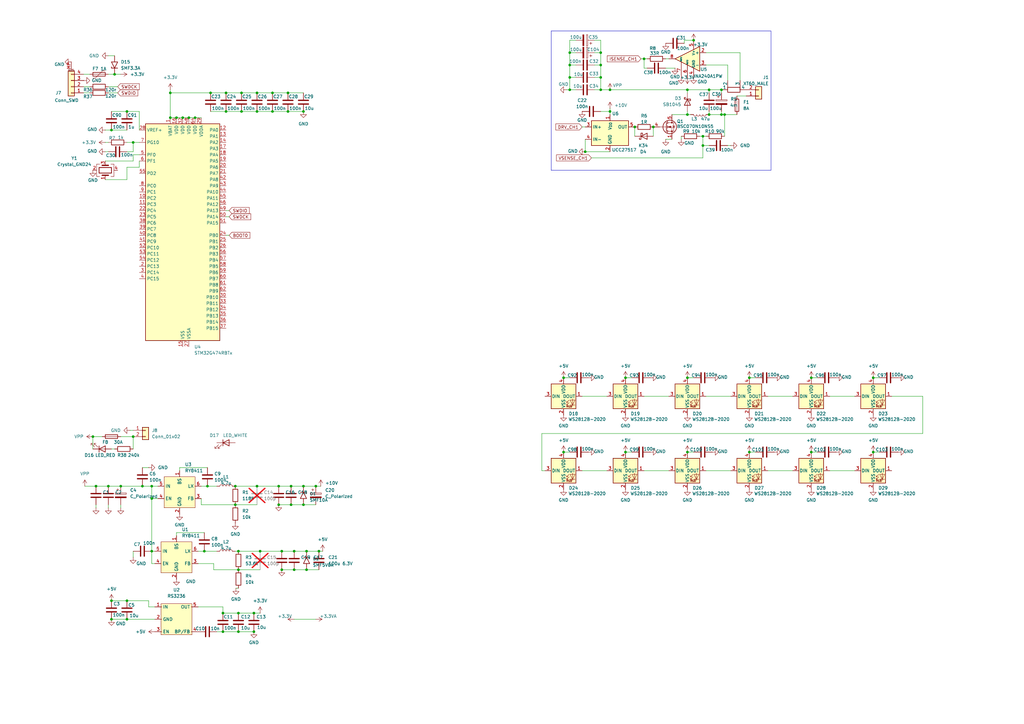
<source format=kicad_sch>
(kicad_sch (version 20231120) (generator "eeschema") (generator_version "8.0")
  (paper "A3")
  (junction (at 231.14 154.94))
  (junction (at 290.83 46.99))
  (junction (at 62.23 199.39))
  (junction (at 281.94 46.99))
  (junction (at 62.23 204.47))
  (junction (at 250.19 36.83))
  (junction (at 97.79 259.08))
  (junction (at 105.41 38.1))
  (junction (at 111.76 45.72))
  (junction (at 45.72 254))
  (junction (at 281.94 36.83))
  (junction (at 233.68 26.67))
  (junction (at 250.19 45.72))
  (junction (at 92.71 38.1))
  (junction (at 288.29 59.69))
  (junction (at 260.35 52.07))
  (junction (at 246.38 36.83))
  (junction (at 96.52 207.01))
  (junction (at 52.07 246.38))
  (junction (at 105.41 199.39))
  (junction (at 307.34 185.42))
  (junction (at 115.57 226.06))
  (junction (at 92.71 45.72))
  (junction (at 52.07 254))
  (junction (at 120.65 226.06))
  (junction (at 83.82 226.06))
  (junction (at 284.48 16.51))
  (junction (at 281.94 185.42))
  (junction (at 39.37 199.39))
  (junction (at 54.61 179.07))
  (junction (at 124.46 199.39))
  (junction (at 332.74 185.42))
  (junction (at 69.85 48.26))
  (junction (at 125.73 226.06))
  (junction (at 97.79 233.68))
  (junction (at 233.68 21.59))
  (junction (at 111.76 38.1))
  (junction (at 86.36 38.1))
  (junction (at 256.54 185.42))
  (junction (at 118.11 45.72))
  (junction (at 52.07 45.72))
  (junction (at 69.85 38.1))
  (junction (at 114.3 199.39))
  (junction (at 124.46 45.72))
  (junction (at 115.57 233.68))
  (junction (at 74.93 48.26))
  (junction (at 288.29 55.88))
  (junction (at 105.41 45.72))
  (junction (at 114.3 207.01))
  (junction (at 96.52 199.39))
  (junction (at 85.09 199.39))
  (junction (at 119.38 199.39))
  (junction (at 290.83 36.83))
  (junction (at 38.1 179.07))
  (junction (at 358.14 154.94))
  (junction (at 240.03 62.23))
  (junction (at 297.18 46.99))
  (junction (at 91.44 259.08))
  (junction (at 97.79 226.06))
  (junction (at 129.54 199.39))
  (junction (at 44.45 199.39))
  (junction (at 99.06 38.1))
  (junction (at 45.72 53.34))
  (junction (at 49.53 199.39))
  (junction (at 91.44 251.46))
  (junction (at 104.14 251.46))
  (junction (at 80.01 48.26))
  (junction (at 62.23 226.06))
  (junction (at 118.11 38.1))
  (junction (at 106.68 226.06))
  (junction (at 77.47 48.26))
  (junction (at 267.97 52.07))
  (junction (at 281.94 154.94))
  (junction (at 295.91 36.83))
  (junction (at 264.16 24.13))
  (junction (at 130.81 226.06))
  (junction (at 332.74 154.94))
  (junction (at 358.14 185.42))
  (junction (at 124.46 207.01))
  (junction (at 295.91 46.99))
  (junction (at 104.14 259.08))
  (junction (at 246.38 31.75))
  (junction (at 58.42 199.39))
  (junction (at 45.72 246.38))
  (junction (at 246.38 26.67))
  (junction (at 246.38 21.59))
  (junction (at 231.14 185.42))
  (junction (at 99.06 45.72))
  (junction (at 256.54 154.94))
  (junction (at 233.68 36.83))
  (junction (at 125.73 233.68))
  (junction (at 120.65 233.68))
  (junction (at 233.68 31.75))
  (junction (at 119.38 207.01))
  (junction (at 307.34 154.94))
  (junction (at 54.61 58.42))
  (junction (at 97.79 251.46))
  (junction (at 72.39 48.26))
  (junction (at 46.99 30.48))
  (wire (pts (xy 246.38 21.59) (xy 246.38 26.67)))
  (wire (pts (xy 232.41 36.83) (xy 233.68 36.83)))
  (wire (pts (xy 111.76 45.72) (xy 118.11 45.72)))
  (wire (pts (xy 289.56 21.59) (xy 303.53 21.59)))
  (wire (pts (xy 96.52 226.06) (xy 97.79 226.06)))
  (wire (pts (xy 52.07 45.72) (xy 57.15 45.72)))
  (wire (pts (xy 97.79 251.46) (xy 104.14 251.46)))
  (wire (pts (xy 118.11 38.1) (xy 124.46 38.1)))
  (wire (pts (xy 45.72 53.34) (xy 52.07 53.34)))
  (wire (pts (xy 284.48 154.94) (xy 281.94 154.94)))
  (wire (pts (xy 48.26 38.1) (xy 44.45 38.1)))
  (wire (pts (xy 81.28 231.14) (xy 87.63 231.14)))
  (wire (pts (xy 309.88 185.42) (xy 307.34 185.42)))
  (wire (pts (xy 54.61 179.07) (xy 54.61 184.15)))
  (wire (pts (xy 82.55 207.01) (xy 96.52 207.01)))
  (wire (pts (xy 52.07 73.66) (xy 52.07 68.58)))
  (wire (pts (xy 97.79 233.68) (xy 106.68 233.68)))
  (wire (pts (xy 264.16 162.56) (xy 274.32 162.56)))
  (wire (pts (xy 246.38 36.83) (xy 250.19 36.83)))
  (wire (pts (xy 111.76 38.1) (xy 118.11 38.1)))
  (wire (pts (xy 48.26 35.56) (xy 44.45 35.56)))
  (wire (pts (xy 297.18 46.99) (xy 297.18 55.88)))
  (wire (pts (xy 279.4 57.15) (xy 279.4 55.88)))
  (wire (pts (xy 233.68 36.83) (xy 236.22 36.83)))
  (wire (pts (xy 58.42 199.39) (xy 62.23 199.39)))
  (wire (pts (xy 289.56 193.04) (xy 299.72 193.04)))
  (wire (pts (xy 281.94 45.72) (xy 281.94 46.99)))
  (wire (pts (xy 238.76 193.04) (xy 248.92 193.04)))
  (wire (pts (xy 81.28 248.92) (xy 91.44 248.92)))
  (wire (pts (xy 86.36 45.72) (xy 92.71 45.72)))
  (wire (pts (xy 62.23 199.39) (xy 64.77 199.39)))
  (wire (pts (xy 43.18 66.04) (xy 54.61 66.04)))
  (wire (pts (xy 233.68 26.67) (xy 233.68 31.75)))
  (wire (pts (xy 105.41 38.1) (xy 111.76 38.1)))
  (wire (pts (xy 97.79 226.06) (xy 106.68 226.06)))
  (wire (pts (xy 233.68 154.94) (xy 231.14 154.94)))
  (wire (pts (xy 45.72 254) (xy 52.07 254)))
  (wire (pts (xy 119.38 207.01) (xy 124.46 207.01)))
  (wire (pts (xy 246.38 26.67) (xy 243.84 26.67)))
  (wire (pts (xy 129.54 199.39) (xy 131.572 199.39)))
  (wire (pts (xy 115.57 226.06) (xy 120.65 226.06)))
  (wire (pts (xy 125.73 233.68) (xy 120.65 233.68)))
  (wire (pts (xy 99.06 45.72) (xy 105.41 45.72)))
  (wire (pts (xy 259.08 154.94) (xy 256.54 154.94)))
  (wire (pts (xy 72.39 218.44) (xy 83.82 218.44)))
  (wire (pts (xy 82.55 204.47) (xy 82.55 207.01)))
  (wire (pts (xy 335.28 185.42) (xy 332.74 185.42)))
  (wire (pts (xy 275.59 46.99) (xy 281.94 46.99)))
  (wire (pts (xy 290.83 36.83) (xy 290.83 38.1)))
  (wire (pts (xy 378.46 177.8) (xy 222.25 177.8)))
  (wire (pts (xy 49.53 208.28) (xy 49.53 207.01)))
  (wire (pts (xy 302.26 39.37) (xy 306.07 39.37)))
  (wire (pts (xy 242.57 64.77) (xy 288.29 64.77)))
  (wire (pts (xy 262.89 24.13) (xy 264.16 24.13)))
  (wire (pts (xy 124.46 207.01) (xy 129.54 207.01)))
  (wire (pts (xy 54.61 63.5) (xy 57.15 63.5)))
  (wire (pts (xy 288.29 59.69) (xy 288.29 64.77)))
  (wire (pts (xy 60.96 246.38) (xy 60.96 248.92)))
  (wire (pts (xy 45.72 184.15) (xy 46.99 184.15)))
  (wire (pts (xy 295.91 46.99) (xy 297.18 46.99)))
  (wire (pts (xy 260.35 55.88) (xy 260.35 52.07)))
  (wire (pts (xy 87.63 233.68) (xy 97.79 233.68)))
  (wire (pts (xy 314.96 193.04) (xy 325.12 193.04)))
  (wire (pts (xy 39.37 208.28) (xy 39.37 207.01)))
  (wire (pts (xy 62.23 204.47) (xy 64.77 204.47)))
  (wire (pts (xy 57.15 68.58) (xy 57.15 66.04)))
  (wire (pts (xy 62.23 226.06) (xy 62.23 231.14)))
  (wire (pts (xy 52.07 246.38) (xy 60.96 246.38)))
  (wire (pts (xy 63.5 231.14) (xy 62.23 231.14)))
  (wire (pts (xy 57.15 53.34) (xy 57.15 45.72)))
  (wire (pts (xy 39.37 199.39) (xy 44.45 199.39)))
  (wire (pts (xy 233.68 26.67) (xy 236.22 26.67)))
  (wire (pts (xy 62.23 226.06) (xy 63.5 226.06)))
  (wire (pts (xy 240.03 57.15) (xy 240.03 62.23)))
  (wire (pts (xy 233.68 21.59) (xy 233.68 26.67)))
  (wire (pts (xy 233.68 31.75) (xy 233.68 36.83)))
  (wire (pts (xy 91.44 259.08) (xy 88.9 259.08)))
  (wire (pts (xy 44.45 22.86) (xy 46.99 22.86)))
  (wire (pts (xy 222.25 177.8) (xy 222.25 193.04)))
  (wire (pts (xy 250.19 45.72) (xy 250.19 46.99)))
  (wire (pts (xy 43.18 73.66) (xy 52.07 73.66)))
  (wire (pts (xy 335.28 154.94) (xy 332.74 154.94)))
  (wire (pts (xy 233.68 31.75) (xy 236.22 31.75)))
  (wire (pts (xy 49.53 179.07) (xy 54.61 179.07)))
  (wire (pts (xy 62.23 204.47) (xy 62.23 226.06)))
  (wire (pts (xy 105.41 45.72) (xy 111.76 45.72)))
  (wire (pts (xy 246.38 26.67) (xy 246.38 31.75)))
  (wire (pts (xy 38.1 179.07) (xy 38.1 184.15)))
  (wire (pts (xy 80.01 48.26) (xy 82.55 48.26)))
  (wire (pts (xy 340.36 193.04) (xy 350.52 193.04)))
  (wire (pts (xy 43.18 58.42) (xy 44.45 58.42)))
  (wire (pts (xy 290.83 46.99) (xy 295.91 46.99)))
  (wire (pts (xy 60.96 248.92) (xy 63.5 248.92)))
  (wire (pts (xy 243.84 21.59) (xy 246.38 21.59)))
  (wire (pts (xy 264.16 24.13) (xy 265.43 24.13)))
  (wire (pts (xy 124.46 199.39) (xy 129.54 199.39)))
  (wire (pts (xy 72.39 219.71) (xy 72.39 218.44)))
  (wire (pts (xy 34.798 199.39) (xy 39.37 199.39)))
  (wire (pts (xy 267.97 55.88) (xy 267.97 52.07)))
  (wire (pts (xy 238.76 162.56) (xy 248.92 162.56)))
  (wire (pts (xy 120.65 233.68) (xy 115.57 233.68)))
  (wire (pts (xy 85.09 199.39) (xy 88.9 199.39)))
  (wire (pts (xy 365.76 162.56) (xy 378.46 162.56)))
  (wire (pts (xy 54.61 66.04) (xy 54.61 63.5)))
  (wire (pts (xy 44.45 208.28) (xy 44.45 207.01)))
  (wire (pts (xy 54.61 58.42) (xy 57.15 58.42)))
  (wire (pts (xy 87.63 231.14) (xy 87.63 233.68)))
  (wire (pts (xy 62.23 199.39) (xy 62.23 204.47)))
  (wire (pts (xy 289.56 26.67) (xy 298.45 26.67)))
  (wire (pts (xy 52.07 58.42) (xy 54.61 58.42)))
  (wire (pts (xy 85.09 199.39) (xy 82.55 199.39)))
  (wire (pts (xy 45.72 45.72) (xy 52.07 45.72)))
  (wire (pts (xy 73.66 191.77) (xy 85.09 191.77)))
  (wire (pts (xy 284.48 185.42) (xy 281.94 185.42)))
  (wire (pts (xy 43.18 53.34) (xy 45.72 53.34)))
  (wire (pts (xy 284.48 16.51) (xy 280.67 16.51)))
  (wire (pts (xy 99.06 38.1) (xy 105.41 38.1)))
  (wire (pts (xy 97.79 241.3) (xy 96.774 241.3)))
  (wire (pts (xy 298.45 26.67) (xy 298.45 33.02)))
  (wire (pts (xy 120.65 226.06) (xy 125.73 226.06)))
  (wire (pts (xy 283.21 46.99) (xy 281.94 46.99)))
  (wire (pts (xy 298.45 59.69) (xy 299.72 59.69)))
  (wire (pts (xy 264.16 193.04) (xy 274.32 193.04)))
  (wire (pts (xy 54.61 176.53) (xy 53.34 176.53)))
  (wire (pts (xy 114.3 207.01) (xy 119.38 207.01)))
  (wire (pts (xy 340.36 162.56) (xy 350.52 162.56)))
  (wire (pts (xy 240.03 62.23) (xy 250.19 62.23)))
  (wire (pts (xy 302.26 46.99) (xy 297.18 46.99)))
  (wire (pts (xy 118.11 45.72) (xy 124.46 45.72)))
  (wire (pts (xy 96.52 199.39) (xy 105.41 199.39)))
  (wire (pts (xy 290.83 45.72) (xy 290.83 46.99)))
  (wire (pts (xy 290.83 36.83) (xy 281.94 36.83)))
  (wire (pts (xy 243.84 16.51) (xy 246.38 16.51)))
  (wire (pts (xy 54.61 228.6) (xy 54.61 226.06)))
  (wire (pts (xy 129.54 254) (xy 120.65 254)))
  (wire (pts (xy 114.3 199.39) (xy 119.38 199.39)))
  (wire (pts (xy 52.07 62.23) (xy 54.61 62.23)))
  (wire (pts (xy 119.38 199.39) (xy 124.46 199.39)))
  (wire (pts (xy 222.25 193.04) (xy 223.52 193.04)))
  (wire (pts (xy 238.76 52.07) (xy 240.03 52.07)))
  (wire (pts (xy 273.05 24.13) (xy 274.32 24.13)))
  (wire (pts (xy 104.14 251.46) (xy 106.68 251.46)))
  (wire (pts (xy 91.44 251.46) (xy 97.79 251.46)))
  (wire (pts (xy 280.67 17.78) (xy 280.67 16.51)))
  (wire (pts (xy 276.86 27.94) (xy 273.05 27.94)))
  (wire (pts (xy 69.85 48.26) (xy 72.39 48.26)))
  (wire (pts (xy 275.59 57.15) (xy 273.05 57.15)))
  (wire (pts (xy 49.53 199.39) (xy 58.42 199.39)))
  (wire (pts (xy 233.68 16.51) (xy 233.68 21.59)))
  (wire (pts (xy 69.85 38.1) (xy 86.36 38.1)))
  (wire (pts (xy 295.91 45.72) (xy 295.91 46.99)))
  (wire (pts (xy 72.39 48.26) (xy 74.93 48.26)))
  (wire (pts (xy 281.94 36.83) (xy 281.94 38.1)))
  (wire (pts (xy 360.68 154.94) (xy 358.14 154.94)))
  (wire (pts (xy 288.29 55.88) (xy 289.56 55.88)))
  (wire (pts (xy 93.98 96.52) (xy 92.71 96.52)))
  (wire (pts (xy 130.81 226.06) (xy 132.334 226.06)))
  (wire (pts (xy 83.82 226.06) (xy 88.9 226.06)))
  (wire (pts (xy 96.52 207.01) (xy 105.41 207.01)))
  (wire (pts (xy 264.16 24.13) (xy 264.16 27.94)))
  (wire (pts (xy 314.96 162.56) (xy 325.12 162.56)))
  (wire (pts (xy 52.07 254) (xy 63.5 254)))
  (wire (pts (xy 290.83 59.69) (xy 288.29 59.69)))
  (wire (pts (xy 91.44 248.92) (xy 91.44 251.46)))
  (wire (pts (xy 36.83 38.1) (xy 34.29 38.1)))
  (wire (pts (xy 289.56 162.56) (xy 299.72 162.56)))
  (wire (pts (xy 38.1 179.07) (xy 41.91 179.07)))
  (wire (pts (xy 52.07 68.58) (xy 57.15 68.58)))
  (wire (pts (xy 92.71 38.1) (xy 99.06 38.1)))
  (wire (pts (xy 73.66 193.04) (xy 73.66 191.77)))
  (wire (pts (xy 287.02 55.88) (xy 288.29 55.88)))
  (wire (pts (xy 378.46 162.56) (xy 378.46 177.8)))
  (wire (pts (xy 69.85 38.1) (xy 69.85 48.26)))
  (wire (pts (xy 43.18 62.23) (xy 44.45 62.23)))
  (wire (pts (xy 86.36 38.1) (xy 92.71 38.1)))
  (wire (pts (xy 106.68 226.06) (xy 115.57 226.06)))
  (wire (pts (xy 246.38 45.72) (xy 250.19 45.72)))
  (wire (pts (xy 295.91 36.83) (xy 295.91 38.1)))
  (wire (pts (xy 92.71 45.72) (xy 99.06 45.72)))
  (wire (pts (xy 246.38 31.75) (xy 246.38 36.83)))
  (wire (pts (xy 233.68 185.42) (xy 231.14 185.42)))
  (wire (pts (xy 36.83 30.48) (xy 34.29 30.48)))
  (wire (pts (xy 309.88 154.94) (xy 307.34 154.94)))
  (wire (pts (xy 36.83 35.56) (xy 34.29 35.56)))
  (wire (pts (xy 54.61 58.42) (xy 54.61 62.23)))
  (wire (pts (xy 83.82 226.06) (xy 81.28 226.06)))
  (wire (pts (xy 250.19 36.83) (xy 281.94 36.83)))
  (wire (pts (xy 265.43 27.94) (xy 264.16 27.94)))
  (wire (pts (xy 360.68 185.42) (xy 358.14 185.42)))
  (wire (pts (xy 46.99 30.48) (xy 44.45 30.48)))
  (wire (pts (xy 130.81 233.68) (xy 125.73 233.68)))
  (wire (pts (xy 233.68 21.59) (xy 236.22 21.59)))
  (wire (pts (xy 246.38 16.51) (xy 246.38 21.59)))
  (wire (pts (xy 93.98 88.9) (xy 92.71 88.9)))
  (wire (pts (xy 105.41 199.39) (xy 114.3 199.39)))
  (wire (pts (xy 125.73 226.06) (xy 130.81 226.06)))
  (wire (pts (xy 91.44 259.08) (xy 97.79 259.08)))
  (wire (pts (xy 236.22 16.51) (xy 233.68 16.51)))
  (wire (pts (xy 246.38 36.83) (xy 243.84 36.83)))
  (wire (pts (xy 259.08 185.42) (xy 256.54 185.42)))
  (wire (pts (xy 44.45 199.39) (xy 49.53 199.39)))
  (wire (pts (xy 288.29 55.88) (xy 288.29 59.69)))
  (wire (pts (xy 45.72 246.38) (xy 52.07 246.38)))
  (wire (pts (xy 69.85 36.83) (xy 69.85 38.1)))
  (wire (pts (xy 303.53 21.59) (xy 303.53 33.02)))
  (wire (pts (xy 49.53 30.48) (xy 46.99 30.48)))
  (wire (pts (xy 250.19 44.45) (xy 250.19 45.72)))
  (wire (pts (xy 60.96 191.77) (xy 58.42 191.77)))
  (wire (pts (xy 74.93 48.26) (xy 77.47 48.26)))
  (wire (pts (xy 290.83 36.83) (xy 295.91 36.83)))
  (wire (pts (xy 93.98 86.36) (xy 92.71 86.36)))
  (wire (pts (xy 97.79 259.08) (xy 104.14 259.08)))
  (wire (pts (xy 77.47 48.26) (xy 80.01 48.26)))
  (wire (pts (xy 246.38 31.75) (xy 243.84 31.75)))
  (rectangle (start 226.06 12.7) (end 316.23 69.85))
  (global_label "SWDCK" (shape input) (at 48.26 35.56 0) (property "Intersheetrefs" "${INTERSHEET_REFS}" (effects (hide yes))))
  (global_label "ISENSE_CH1" (shape input) (at 262.89 24.13 180) (property "Intersheetrefs" "${INTERSHEET_REFS}" (effects (hide yes))))
  (global_label "SWDIO" (shape input) (at 93.98 86.36 0) (property "Intersheetrefs" "${INTERSHEET_REFS}" (effects (hide yes))))
  (global_label "VSENSE_CH1" (shape input) (at 242.57 64.77 180) (property "Intersheetrefs" "${INTERSHEET_REFS}" (effects (hide yes))))
  (global_label "SWDIO" (shape input) (at 48.26 38.1 0) (property "Intersheetrefs" "${INTERSHEET_REFS}" (effects (hide yes))))
  (global_label "SWDCK" (shape input) (at 93.98 88.9 0) (property "Intersheetrefs" "${INTERSHEET_REFS}" (effects (hide yes))))
  (global_label "DRV_CH1" (shape input) (at 238.76 52.07 180) (property "Intersheetrefs" "${INTERSHEET_REFS}" (effects (hide yes))))
  (global_label "BOOT0" (shape input) (at 93.98 96.52 0) (property "Intersheetrefs" "${INTERSHEET_REFS}" (effects (hide yes))))
  (symbol (lib_id "power:GND") (at 115.57 233.68 0) (unit 1)
    (property "Reference" "#PWR017" (effects (hide yes)))
    (property "Value" "GND" (effects (hide yes)))
    (property "Description" "Power symbol creates a global label with name \"GND\" , ground" (effects (hide yes)))
  )
  (symbol (lib_id "LED:WS2812B-2020") (at 358.14 162.56 0) (unit 1)
    (property "Reference" "D23" (at 362.204 169.672 0))
    (property "Value" "WS2812B-2020" (at 367.792 171.958 0))
    (property "Footprint" "LED_SMD:LED_WS2812B-2020_PLCC4_2.0x2.0mm" (effects (hide yes)))
    (property "Datasheet" "https://cdn-shop.adafruit.com/product-files/4684/4684_WS2812B-2020_V1.3_EN.pdf" (effects (hide yes)))
    (property "Description" "RGB LED with integrated controller, 2.0 x 2.0 mm, 12 mA" (effects (hide yes)))
  )
  (symbol (lib_id "power:GND") (at 60.96 191.77 90) (unit 1)
    (property "Reference" "#PWR08" (effects (hide yes)))
    (property "Value" "GND" (at 64.77 191.7699 90) (effects (justify right)))
    (property "Description" "Power symbol creates a global label with name \"GND\" , ground" (effects (hide yes)))
  )
  (symbol (lib_id "power:GND") (at 273.05 17.78 0) (unit 1)
    (property "Reference" "#PWR036" (effects (hide yes)))
    (property "Value" "GND" (at 273.05 21.336 0))
    (property "Description" "Power symbol creates a global label with name \"GND\" , ground" (effects (hide yes)))
  )
  (symbol (lib_id "power:GND") (at 281.94 170.18 0) (mirror y) (unit 1)
    (property "Reference" "#PWR0125" (effects (hide yes)))
    (property "Value" "GND" (at 281.94 174.625 0))
    (property "Description" "Power symbol creates a global label with name \"GND\" , ground" (effects (hide yes)))
  )
  (symbol (lib_id "power:VPP") (at 34.798 199.39 0) (unit 1)
    (property "Reference" "#PWR01" (effects (hide yes)))
    (property "Value" "VPP" (at 34.798 194.31 0))
    (property "Description" "Power symbol creates a global label with name \"VPP\"" (effects (hide yes)))
  )
  (symbol (lib_id "Device:C") (at 104.14 255.27 0) (unit 1)
    (property "Reference" "C13" (at 105.156 252.984 0) (effects (justify left)))
    (property "Value" "10u" (at 105.41 257.302 0) (effects (justify left)))
    (property "Footprint" "Capacitor_SMD:C_0603_1608Metric" (effects (hide yes)))
  )
  (symbol (lib_id "Diode:SMF5V0A") (at 125.73 229.87 270) (unit 1)
    (property "Reference" "D2" (at 128.27 229.235 90) (effects (justify left)))
    (property "Value" "SMF5V0A" (at 128.27 231.775 90) (effects (justify left)))
    (property "Footprint" "Diode_SMD:D_SMF" (effects (hide yes)))
    (property "Datasheet" "https://www.vishay.com/doc?85881" (effects (hide yes)))
  )
  (symbol (lib_id "MCU_ST_STM32G4:STM32G474RBTx") (at 74.93 96.52 0) (unit 1)
    (property "Reference" "U4" (at 79.6641 142.24 0) (effects (justify left)))
    (property "Value" "STM32G474RBTx" (at 79.6641 144.78 0) (effects (justify left)))
    (property "Footprint" "Package_QFP:LQFP-64_10x10mm_P0.5mm" (effects (hide yes)))
    (property "Datasheet" "https://www.st.com/resource/en/datasheet/stm32g474rb.pdf" (effects (hide yes)))
    (property "Description" "STMicroelectronics Arm Cortex-M4 MCU, 128KB flash, 128KB RAM, 170 MHz, 1.71-3.6V, 52 GPIO, LQFP64" (effects (hide yes)))
  )
  (symbol (lib_id "Device:C") (at 240.03 36.83 270) (mirror x) (unit 1)
    (property "Reference" "C34" (at 243.586 35.306 90))
    (property "Value" "10u" (at 236.982 35.306 90))
    (property "Footprint" "Capacitor_SMD:C_1206_3216Metric" (effects (hide yes)))
    (property "Description" "Unpolarized capacitor" (effects (hide yes)))
  )
  (symbol (lib_id "Device:R") (at 40.64 35.56 270) (unit 1)
    (property "Reference" "R36" (at 36.068 36.83 90))
    (property "Value" "120r" (at 45.466 36.83 90))
    (property "Footprint" "Resistor_SMD:R_0603_1608Metric" (effects (hide yes)))
  )
  (symbol (lib_id "Device:R") (at 50.8 184.15 90) (unit 1)
    (property "Reference" "R38" (at 50.038 186.69 90))
    (property "Value" "240k" (at 54.864 186.69 90))
    (property "Footprint" "Resistor_SMD:R_0603_1608Metric" (effects (hide yes)))
    (property "Description" "Resistor" (effects (hide yes)))
  )
  (symbol (lib_id "power:GND") (at 39.37 208.28 0) (unit 1)
    (property "Reference" "#PWR02" (effects (hide yes)))
    (property "Value" "GND" (effects (hide yes)))
    (property "Description" "Power symbol creates a global label with name \"GND\" , ground" (effects (hide yes)))
  )
  (symbol (lib_id "Device:C") (at 97.79 255.27 0) (unit 1)
    (property "Reference" "C12" (at 98.806 252.984 0) (effects (justify left)))
    (property "Value" "10u" (at 98.806 257.556 0) (effects (justify left)))
    (property "Footprint" "Capacitor_SMD:C_0603_1608Metric" (effects (hide yes)))
  )
  (symbol (lib_id "Device:R") (at 293.37 55.88 90) (unit 1)
    (property "Reference" "R10" (at 291.084 53.848 90))
    (property "Value" "90k" (at 295.402 53.848 90))
    (property "Footprint" "Resistor_SMD:R_0603_1608Metric" (effects (hide yes)))
    (property "Description" "Resistor" (effects (hide yes)))
  )
  (symbol (lib_id "power:+3.3V") (at 43.18 58.42 90) (unit 1)
    (property "Reference" "#PWR029" (effects (hide yes)))
    (property "Value" "+3.3V" (at 39.37 58.42 90) (effects (justify left)))
    (property "Description" "Power symbol creates a global label with name \"+3.3V\"" (effects (hide yes)))
  )
  (symbol (lib_id "power:GND") (at 29.21 25.4 270) (unit 1)
    (property "Reference" "#PWR0114" (effects (hide yes)))
    (property "Value" "GND" (at 26.416 26.416 90) (effects (justify right)))
    (property "Description" "Power symbol creates a global label with name \"GND\" , ground" (effects (hide yes)))
  )
  (symbol (lib_id "power:GND") (at 284.48 31.75 0) (unit 1)
    (property "Reference" "#PWR034" (effects (hide yes)))
    (property "Value" "GND" (at 288.036 33.528 0))
    (property "Description" "Power symbol creates a global label with name \"GND\" , ground" (effects (hide yes)))
  )
  (symbol (lib_id "Device:C") (at 105.41 41.91 180) (unit 1)
    (property "Reference" "C26" (at 105.664 39.624 0) (effects (justify right)))
    (property "Value" "100n" (at 105.918 44.45 0) (effects (justify right)))
    (property "Footprint" "Capacitor_SMD:C_0603_1608Metric" (effects (hide yes)))
    (property "Description" "Unpolarized capacitor" (effects (hide yes)))
  )
  (symbol (lib_id "Device:C") (at 120.65 229.87 0) (unit 1)
    (property "Reference" "C19" (at 123.444 228.6 0) (effects (justify left)))
    (property "Value" "10u" (effects (hide yes)))
    (property "Footprint" "Capacitor_SMD:C_1206_3216Metric" (effects (hide yes)))
  )
  (symbol (lib_id "LED:WS2812B-2020") (at 307.34 193.04 0) (unit 1)
    (property "Reference" "D27" (at 311.404 200.152 0))
    (property "Value" "WS2812B-2020" (at 316.992 202.438 0))
    (property "Footprint" "LED_SMD:LED_WS2812B-2020_PLCC4_2.0x2.0mm" (effects (hide yes)))
    (property "Datasheet" "https://cdn-shop.adafruit.com/product-files/4684/4684_WS2812B-2020_V1.3_EN.pdf" (effects (hide yes)))
    (property "Description" "RGB LED with integrated controller, 2.0 x 2.0 mm, 12 mA" (effects (hide yes)))
  )
  (symbol (lib_id "Device:L") (at 287.02 46.99 90) (mirror x) (unit 1)
    (property "Reference" "L3" (at 284.734 48.768 90))
    (property "Value" "47u" (at 289.306 48.768 90))
    (property "Footprint" "Inductor_SMD:L_Coilcraft_MSS1260-XXX" (effects (hide yes)))
    (property "Description" "Inductor" (effects (hide yes)))
  )
  (symbol (lib_id "Device:C") (at 294.64 59.69 270) (unit 1)
    (property "Reference" "C39" (at 291.338 61.468 90))
    (property "Value" "100n" (at 298.196 61.468 90))
    (property "Footprint" "Capacitor_SMD:C_0603_1608Metric" (effects (hide yes)))
    (property "Description" "Unpolarized capacitor" (effects (hide yes)))
  )
  (symbol (lib_id "power:GND") (at 114.3 207.01 0) (unit 1)
    (property "Reference" "#PWR016" (effects (hide yes)))
    (property "Value" "GND" (effects (hide yes)))
    (property "Description" "Power symbol creates a global label with name \"GND\" , ground" (effects (hide yes)))
  )
  (symbol (lib_id "Device:Fuse") (at 302.26 43.18 0) (unit 1)
    (property "Reference" "F1" (at 304.8 41.9099 0) (effects (justify left)))
    (property "Value" "8A" (at 304.8 44.4499 0) (effects (justify left)))
    (property "Footprint" "Fuse:Fuse_1206_3216Metric" (effects (hide yes)))
    (property "Description" "Fuse" (effects (hide yes)))
  )
  (symbol (lib_id "Device:R") (at 97.79 229.87 0) (unit 1)
    (property "Reference" "R3" (at 100.584 228.5999 0) (effects (justify left)))
    (property "Value" "53.6k" (at 100.584 231.1399 0) (effects (justify left)))
    (property "Footprint" "Resistor_SMD:R_0603_1608Metric" (effects (hide yes)))
  )
  (symbol (lib_id "Device:C") (at 45.72 49.53 180) (unit 1)
    (property "Reference" "C90" (at 45.974 47.244 0) (effects (justify right)))
    (property "Value" "100n" (at 46.228 52.07 0) (effects (justify right)))
    (property "Footprint" "Capacitor_SMD:C_0603_1608Metric" (effects (hide yes)))
    (property "Description" "Unpolarized capacitor" (effects (hide yes)))
  )
  (symbol (lib_id "power:GND") (at 368.3 185.42 90) (mirror x) (unit 1)
    (property "Reference" "#PWR0153" (effects (hide yes)))
    (property "Value" "GND" (at 372.618 185.166 90))
    (property "Description" "Power symbol creates a global label with name \"GND\" , ground" (effects (hide yes)))
  )
  (symbol (lib_id "Device:C") (at 106.68 229.87 0) (unit 1) (dnp yes)
    (property "Reference" "C15" (at 109.474 228.6 0) (effects (justify left)))
    (property "Value" "100p" (at 109.474 231.14 0) (effects (justify left)))
    (property "Footprint" "Capacitor_SMD:C_0603_1608Metric" (effects (hide yes)))
  )
  (symbol (lib_id "Device:C") (at 339.09 185.42 270) (unit 1)
    (property "Reference" "C102" (at 336.296 184.404 90))
    (property "Value" "100n" (at 342.646 184.15 90))
    (property "Footprint" "Capacitor_SMD:C_0603_1608Metric" (effects (hide yes)))
    (property "Description" "Unpolarized capacitor" (effects (hide yes)))
  )
  (symbol (lib_id "power:GND") (at 96.52 214.63 0) (unit 1)
    (property "Reference" "#PWR012" (effects (hide yes)))
    (property "Value" "GND" (at 96.52 219.075 0))
    (property "Description" "Power symbol creates a global label with name \"GND\" , ground" (effects (hide yes)))
  )
  (symbol (lib_id "Amplifier_Current:INA240A1PW") (at 281.94 24.13 0) (mirror y) (unit 1)
    (property "Reference" "U5" (at 287.274 28.448 0) (effects (justify right)))
    (property "Value" "INA240A1PW" (at 284.48 31.242 0) (effects (justify right)))
    (property "Footprint" "Package_SO:TSSOP-8_4.4x3mm_P0.65mm" (effects (hide yes)))
    (property "Datasheet" "http://www.ti.com/lit/ds/symlink/ina240.pdf" (effects (hide yes)))
    (property "Description" "High- and Low-Side, Bidirectional, Zero-Drift, Current-Sense Amplifier With Enhanced PWM Rejection, 20V/V, TSSOP-8" (effects (hide yes)))
  )
  (symbol (lib_id "LED:WS2812B-2020") (at 256.54 162.56 0) (unit 1)
    (property "Reference" "D19" (at 260.604 169.672 0))
    (property "Value" "WS2812B-2020" (at 266.192 171.958 0))
    (property "Footprint" "LED_SMD:LED_WS2812B-2020_PLCC4_2.0x2.0mm" (effects (hide yes)))
    (property "Datasheet" "https://cdn-shop.adafruit.com/product-files/4684/4684_WS2812B-2020_V1.3_EN.pdf" (effects (hide yes)))
    (property "Description" "RGB LED with integrated controller, 2.0 x 2.0 mm, 12 mA" (effects (hide yes)))
  )
  (symbol (lib_id "power:GND") (at 231.14 170.18 0) (mirror y) (unit 1)
    (property "Reference" "#PWR0118" (effects (hide yes)))
    (property "Value" "GND" (at 231.14 174.625 0))
    (property "Description" "Power symbol creates a global label with name \"GND\" , ground" (effects (hide yes)))
  )
  (symbol (lib_id "power:GND") (at 43.18 62.23 270) (unit 1)
    (property "Reference" "#PWR030" (effects (hide yes)))
    (property "Value" "GND" (at 37.846 61.976 90))
    (property "Description" "Power symbol creates a global label with name \"GND\" , ground" (effects (hide yes)))
  )
  (symbol (lib_id "LED:WS2812B-2020") (at 332.74 193.04 0) (unit 1)
    (property "Reference" "D28" (at 336.804 200.152 0))
    (property "Value" "WS2812B-2020" (at 342.392 202.438 0))
    (property "Footprint" "LED_SMD:LED_WS2812B-2020_PLCC4_2.0x2.0mm" (effects (hide yes)))
    (property "Datasheet" "https://cdn-shop.adafruit.com/product-files/4684/4684_WS2812B-2020_V1.3_EN.pdf" (effects (hide yes)))
    (property "Description" "RGB LED with integrated controller, 2.0 x 2.0 mm, 12 mA" (effects (hide yes)))
  )
  (symbol (lib_id "power:GND") (at 232.41 36.83 270) (mirror x) (unit 1)
    (property "Reference" "#PWR037" (effects (hide yes)))
    (property "Value" "GND" (at 233.172 34.544 90) (effects (justify right)))
    (property "Description" "Power symbol creates a global label with name \"GND\" , ground" (effects (hide yes)))
  )
  (symbol (lib_id "Device:C") (at 290.83 41.91 0) (unit 1)
    (property "Reference" "C37" (at 288.671 38.735 0))
    (property "Value" "10u" (at 288.544 44.45 0))
    (property "Footprint" "Capacitor_SMD:C_1206_3216Metric" (effects (hide yes)))
    (property "Description" "Unpolarized capacitor" (effects (hide yes)))
  )
  (symbol (lib_id "power:+5V") (at 307.34 154.94 0) (unit 1)
    (property "Reference" "#PWR0127" (effects (hide yes)))
    (property "Value" "+5V" (at 307.34 150.114 0))
    (property "Description" "Power symbol creates a global label with name \"+5V\"" (effects (hide yes)))
  )
  (symbol (lib_id "Device:C_Polarized") (at 129.54 203.2 0) (unit 1)
    (property "Reference" "C20" (at 133.35 201.041 0) (effects (justify left)))
    (property "Value" "C_Polarized" (at 133.35 203.581 0) (effects (justify left)))
    (property "Footprint" "Capacitor_THT:CP_Radial_D6.3mm_P2.50mm" (effects (hide yes)))
  )
  (symbol (lib_id "power:GND") (at 54.61 228.6 0) (mirror y) (unit 1)
    (property "Reference" "#PWR07" (effects (hide yes)))
    (property "Value" "GND" (at 55.88 231.14 0) (effects (justify right)))
    (property "Description" "Power symbol creates a global label with name \"GND\" , ground" (effects (hide yes)))
  )
  (symbol (lib_id "power:+3.3VA") (at 129.54 254 270) (unit 1)
    (property "Reference" "#PWR019" (effects (hide yes)))
    (property "Value" "+3.3VA" (at 134.62 252.73 90))
    (property "Description" "Power symbol creates a global label with name \"+3.3VA\"" (effects (hide yes)))
  )
  (symbol (lib_id "power:+5V") (at 358.14 154.94 0) (unit 1)
    (property "Reference" "#PWR0133" (effects (hide yes)))
    (property "Value" "+5V" (at 358.14 150.114 0))
    (property "Description" "Power symbol creates a global label with name \"+5V\"" (effects (hide yes)))
  )
  (symbol (lib_id "LED:WS2812B-2020") (at 332.74 162.56 0) (unit 1)
    (property "Reference" "D22" (at 336.804 169.672 0))
    (property "Value" "WS2812B-2020" (at 342.392 171.958 0))
    (property "Footprint" "LED_SMD:LED_WS2812B-2020_PLCC4_2.0x2.0mm" (effects (hide yes)))
    (property "Datasheet" "https://cdn-shop.adafruit.com/product-files/4684/4684_WS2812B-2020_V1.3_EN.pdf" (effects (hide yes)))
    (property "Description" "RGB LED with integrated controller, 2.0 x 2.0 mm, 12 mA" (effects (hide yes)))
  )
  (symbol (lib_id "Device:C") (at 313.69 185.42 270) (unit 1)
    (property "Reference" "C101" (at 310.896 184.404 90))
    (property "Value" "100n" (at 317.246 184.15 90))
    (property "Footprint" "Capacitor_SMD:C_0603_1608Metric" (effects (hide yes)))
    (property "Description" "Unpolarized capacitor" (effects (hide yes)))
  )
  (symbol (lib_id "power:GND") (at 241.3 154.94 90) (mirror x) (unit 1)
    (property "Reference" "#PWR0120" (effects (hide yes)))
    (property "Value" "GND" (at 245.618 154.686 90))
    (property "Description" "Power symbol creates a global label with name \"GND\" , ground" (effects (hide yes)))
  )
  (symbol (lib_id "power:GND") (at 38.1 69.85 0) (unit 1)
    (property "Reference" "#PWR031" (effects (hide yes)))
    (property "Value" "GND" (at 38.1 73.914 0))
    (property "Description" "Power symbol creates a global label with name \"GND\" , ground" (effects (hide yes)))
  )
  (symbol (lib_id "Device:R") (at 48.26 58.42 90) (unit 1)
    (property "Reference" "R7" (at 45.974 56.642 90))
    (property "Value" "1k" (at 49.53 56.388 90))
    (property "Footprint" "Resistor_SMD:R_0603_1608Metric" (effects (hide yes)))
  )
  (symbol (lib_id "power:GND") (at 45.72 254 0) (unit 1)
    (property "Reference" "#PWR05" (effects (hide yes)))
    (property "Value" "GND" (at 51.562 255.778 0) (effects (justify right)))
    (property "Description" "Power symbol creates a global label with name \"GND\" , ground" (effects (hide yes)))
  )
  (symbol (lib_id "Device:C") (at 115.57 229.87 0) (unit 1)
    (property "Reference" "C17" (at 128.524 228.6 0) (effects (justify left)))
    (property "Value" "10u" (effects (hide yes)))
    (property "Footprint" "Capacitor_SMD:C_1206_3216Metric" (effects (hide yes)))
  )
  (symbol (lib_id "power:GND") (at 317.5 185.42 90) (mirror x) (unit 1)
    (property "Reference" "#PWR0147" (effects (hide yes)))
    (property "Value" "GND" (at 321.818 185.166 90))
    (property "Description" "Power symbol creates a global label with name \"GND\" , ground" (effects (hide yes)))
  )
  (symbol (lib_id "power:GND") (at 240.03 62.23 270) (unit 1)
    (property "Reference" "#PWR025" (effects (hide yes)))
    (property "Value" "GND" (at 234.95 61.976 90))
    (property "Description" "Power symbol creates a global label with name \"GND\" , ground" (effects (hide yes)))
  )
  (symbol (lib_id "power:GND") (at 342.9 154.94 90) (mirror x) (unit 1)
    (property "Reference" "#PWR0132" (effects (hide yes)))
    (property "Value" "GND" (at 347.218 154.686 90))
    (property "Description" "Power symbol creates a global label with name \"GND\" , ground" (effects (hide yes)))
  )
  (symbol (lib_id "power:VPP") (at 38.1 179.07 90) (unit 1)
    (property "Reference" "#PWR0117" (effects (hide yes)))
    (property "Value" "VPP" (at 34.29 179.0699 90) (effects (justify left)))
    (property "Description" "Power symbol creates a global label with name \"VPP\"" (effects (hide yes)))
  )
  (symbol (lib_id "power:+5V") (at 281.94 154.94 0) (unit 1)
    (property "Reference" "#PWR0124" (effects (hide yes)))
    (property "Value" "+5V" (at 281.94 150.114 0))
    (property "Description" "Power symbol creates a global label with name \"+5V\"" (effects (hide yes)))
  )
  (symbol (lib_id "LED:WS2812B-2020") (at 307.34 162.56 0) (unit 1)
    (property "Reference" "D21" (at 311.404 169.672 0))
    (property "Value" "WS2812B-2020" (at 316.992 171.958 0))
    (property "Footprint" "LED_SMD:LED_WS2812B-2020_PLCC4_2.0x2.0mm" (effects (hide yes)))
    (property "Datasheet" "https://cdn-shop.adafruit.com/product-files/4684/4684_WS2812B-2020_V1.3_EN.pdf" (effects (hide yes)))
    (property "Description" "RGB LED with integrated controller, 2.0 x 2.0 mm, 12 mA" (effects (hide yes)))
  )
  (symbol (lib_id "Device:L") (at 92.71 199.39 90) (unit 1)
    (property "Reference" "L1" (at 92.71 195.58 90))
    (property "Value" "4.7u" (at 92.71 198.12 90))
    (property "Footprint" "Inductor_SMD:L_Bourns-SRN4018" (effects (hide yes)))
  )
  (symbol (lib_id "Device:C_Polarized") (at 295.91 41.91 0) (unit 1)
    (property "Reference" "C36" (at 293.878 38.608 0))
    (property "Value" "100u" (at 293.624 44.45 0))
    (property "Footprint" "Capacitor_THT:CP_Radial_D6.3mm_P2.50mm" (effects (hide yes)))
    (property "Description" "Polarized capacitor" (effects (hide yes)))
  )
  (symbol (lib_id "Device:D_Schottky") (at 264.16 55.88 0) (mirror x) (unit 1)
    (property "Reference" "D4" (at 263.8425 62.23 0))
    (property "Value" "K34" (at 263.8425 59.69 0))
    (property "Footprint" "Diode_SMD:D_SOD-123F" (effects (hide yes)))
    (property "Description" "Schottky diode" (effects (hide yes)))
  )
  (symbol (lib_id "Device:C") (at 269.24 27.94 270) (unit 1)
    (property "Reference" "C38" (at 265.938 29.718 90))
    (property "Value" "100n" (at 272.796 29.718 90))
    (property "Footprint" "Capacitor_SMD:C_0603_1608Metric" (effects (hide yes)))
    (property "Description" "Unpolarized capacitor" (effects (hide yes)))
  )
  (symbol (lib_id "power:+5V") (at 332.74 185.42 0) (unit 1)
    (property "Reference" "#PWR0148" (effects (hide yes)))
    (property "Value" "+5V" (at 332.74 180.594 0))
    (property "Description" "Power symbol creates a global label with name \"+5V\"" (effects (hide yes)))
  )
  (symbol (lib_id "Device:R") (at 96.52 210.82 0) (unit 1)
    (property "Reference" "R2" (at 99.314 209.5499 0) (effects (justify left)))
    (property "Value" "10k" (at 99.314 212.0899 0) (effects (justify left)))
    (property "Footprint" "Resistor_SMD:R_0603_1608Metric" (effects (hide yes)))
  )
  (symbol (lib_id "power:+12V") (at 131.572 199.39 0) (unit 1)
    (property "Reference" "#PWR020" (effects (hide yes)))
    (property "Value" "+10V" (at 133.35 198.1199 0) (effects (justify left)))
    (property "Description" "Power symbol creates a global label with name \"+12V\"" (effects (hide yes)))
  )
  (symbol (lib_id "power:GND") (at 241.3 185.42 90) (mirror x) (unit 1)
    (property "Reference" "#PWR0138" (effects (hide yes)))
    (property "Value" "GND" (at 245.618 185.166 90))
    (property "Description" "Power symbol creates a global label with name \"GND\" , ground" (effects (hide yes)))
  )
  (symbol (lib_id "power:GND") (at 292.1 185.42 90) (mirror x) (unit 1)
    (property "Reference" "#PWR0144" (effects (hide yes)))
    (property "Value" "GND" (at 296.418 185.166 90))
    (property "Description" "Power symbol creates a global label with name \"GND\" , ground" (effects (hide yes)))
  )
  (symbol (lib_id "power:GND") (at 317.5 154.94 90) (mirror x) (unit 1)
    (property "Reference" "#PWR0129" (effects (hide yes)))
    (property "Value" "GND" (at 321.818 154.686 90))
    (property "Description" "Power symbol creates a global label with name \"GND\" , ground" (effects (hide yes)))
  )
  (symbol (lib_id "power:+5V") (at 231.14 185.42 0) (unit 1)
    (property "Reference" "#PWR0136" (effects (hide yes)))
    (property "Value" "+5V" (at 231.14 180.594 0))
    (property "Description" "Power symbol creates a global label with name \"+5V\"" (effects (hide yes)))
  )
  (symbol (lib_id "Device:C") (at 99.06 41.91 180) (unit 1)
    (property "Reference" "C25" (at 99.314 39.624 0) (effects (justify right)))
    (property "Value" "100n" (at 99.568 44.45 0) (effects (justify right)))
    (property "Footprint" "Capacitor_SMD:C_0603_1608Metric" (effects (hide yes)))
    (property "Description" "Unpolarized capacitor" (effects (hide yes)))
  )
  (symbol (lib_id "Device:C") (at 52.07 49.53 180) (unit 1)
    (property "Reference" "C91" (at 52.324 47.244 0) (effects (justify right)))
    (property "Value" "1u" (at 52.578 52.07 0) (effects (justify right)))
    (property "Footprint" "Capacitor_SMD:C_0603_1608Metric" (effects (hide yes)))
    (property "Description" "Unpolarized capacitor" (effects (hide yes)))
  )
  (symbol (lib_id "Device:C_Polarized") (at 49.53 203.2 0) (unit 1)
    (property "Reference" "C4" (at 53.34 201.041 0) (effects (justify left)))
    (property "Value" "C_Polarized" (at 53.34 203.581 0) (effects (justify left)))
    (property "Footprint" "Capacitor_THT:CP_Radial_D6.3mm_P2.50mm" (effects (hide yes)))
  )
  (symbol (lib_id "Device:C") (at 58.42 226.06 270) (mirror x) (unit 1)
    (property "Reference" "C7" (at 54.864 223.266 90) (effects (justify left)))
    (property "Value" "100n" (at 58.674 222.758 90) (effects (justify left)))
    (property "Footprint" "Capacitor_SMD:C_0603_1608Metric" (effects (hide yes)))
  )
  (symbol (lib_id "power:+5V") (at 281.94 185.42 0) (unit 1)
    (property "Reference" "#PWR0142" (effects (hide yes)))
    (property "Value" "+5V" (at 281.94 180.594 0))
    (property "Description" "Power symbol creates a global label with name \"+5V\"" (effects (hide yes)))
  )
  (symbol (lib_id "power:GND") (at 124.46 45.72 0) (unit 1)
    (property "Reference" "#PWR027" (effects (hide yes)))
    (property "Value" "GND" (at 124.46 50.8 0))
    (property "Description" "Power symbol creates a global label with name \"GND\" , ground" (effects (hide yes)))
  )
  (symbol (lib_id "Device:C") (at 85.09 195.58 0) (unit 1)
    (property "Reference" "C9" (at 87.884 194.31 0) (effects (justify left)))
    (property "Value" "100n" (at 87.884 196.85 0) (effects (justify left)))
    (property "Footprint" "Capacitor_SMD:C_0603_1608Metric" (effects (hide yes)))
  )
  (symbol (lib_id "power:+3.3V") (at 106.68 251.46 0) (unit 1)
    (property "Reference" "#PWR015" (effects (hide yes)))
    (property "Value" "+3.3V" (at 106.68 246.38 0))
    (property "Description" "Power symbol creates a global label with name \"+3.3V\"" (effects (hide yes)))
  )
  (symbol (lib_id "power:GND") (at 266.7 154.94 90) (mirror x) (unit 1)
    (property "Reference" "#PWR0123" (effects (hide yes)))
    (property "Value" "GND" (at 271.018 154.686 90))
    (property "Description" "Power symbol creates a global label with name \"GND\" , ground" (effects (hide yes)))
  )
  (symbol (lib_id "Device:R") (at 283.21 55.88 90) (unit 1)
    (property "Reference" "R9" (at 281.432 53.848 90))
    (property "Value" "10k" (at 285.496 53.848 90))
    (property "Footprint" "Resistor_SMD:R_0603_1608Metric" (effects (hide yes)))
    (property "Description" "Resistor" (effects (hide yes)))
  )
  (symbol (lib_id "Device:C") (at 313.69 154.94 270) (unit 1)
    (property "Reference" "C95" (at 310.896 153.924 90))
    (property "Value" "100n" (at 317.246 153.67 90))
    (property "Footprint" "Capacitor_SMD:C_0603_1608Metric" (effects (hide yes)))
    (property "Description" "Unpolarized capacitor" (effects (hide yes)))
  )
  (symbol (lib_id "Device:C") (at 119.38 203.2 0) (unit 1)
    (property "Reference" "C18" (at 122.174 201.93 0) (effects (justify left)))
    (property "Value" "10u" (effects (hide yes)))
    (property "Footprint" "Capacitor_SMD:C_1206_3216Metric" (effects (hide yes)))
  )
  (symbol (lib_id "0_RM2023:SY8301") (at 72.39 228.6 0) (unit 1)
    (property "Reference" "U1" (at 74.5841 217.17 0) (effects (justify left)))
    (property "Value" "RY8411" (at 74.5841 219.71 0) (effects (justify left)))
    (property "Footprint" "Package_TO_SOT_SMD:SOT-23-6" (effects (hide yes)))
  )
  (symbol (lib_id "power:GND") (at 281.94 200.66 0) (mirror y) (unit 1)
    (property "Reference" "#PWR0143" (effects (hide yes)))
    (property "Value" "GND" (at 281.94 205.105 0))
    (property "Description" "Power symbol creates a global label with name \"GND\" , ground" (effects (hide yes)))
  )
  (symbol (lib_id "Device:C") (at 85.09 259.08 90) (unit 1)
    (property "Reference" "C10" (at 84.074 257.81 90) (effects (justify left)))
    (property "Value" "10n" (at 90.17 257.81 90) (effects (justify left)))
    (property "Footprint" "Capacitor_SMD:C_0603_1608Metric" (effects (hide yes)))
  )
  (symbol (lib_id "power:GND") (at 256.54 200.66 0) (mirror y) (unit 1)
    (property "Reference" "#PWR0140" (effects (hide yes)))
    (property "Value" "GND" (at 256.54 205.105 0))
    (property "Description" "Power symbol creates a global label with name \"GND\" , ground" (effects (hide yes)))
  )
  (symbol (lib_id "power:GND") (at 368.3 154.94 90) (mirror x) (unit 1)
    (property "Reference" "#PWR0135" (effects (hide yes)))
    (property "Value" "GND" (at 372.618 154.686 90))
    (property "Description" "Power symbol creates a global label with name \"GND\" , ground" (effects (hide yes)))
  )
  (symbol (lib_id "power:+3.3V") (at 69.85 36.83 0) (unit 1)
    (property "Reference" "#PWR028" (effects (hide yes)))
    (property "Value" "+3.3V" (at 69.85 31.75 0))
    (property "Description" "Power symbol creates a global label with name \"+3.3V\"" (effects (hide yes)))
  )
  (symbol (lib_id "power:GND") (at 72.39 237.49 0) (unit 1)
    (property "Reference" "#PWR010" (effects (hide yes)))
    (property "Value" "GND" (at 78.232 238.506 0))
    (property "Description" "Power symbol creates a global label with name \"GND\" , ground" (effects (hide yes)))
  )
  (symbol (lib_id "power:GND") (at 96.774 241.3 0) (unit 1)
    (property "Reference" "#PWR013" (effects (hide yes)))
    (property "Value" "GND" (at 96.774 245.745 0))
    (property "Description" "Power symbol creates a global label with name \"GND\" , ground" (effects (hide yes)))
  )
  (symbol (lib_id "Connector_Generic_MountingPin:Conn_01x04_MountingPin") (at 29.21 35.56 180) (unit 1)
    (property "Reference" "J7" (at 25.146 38.1 0) (effects (justify left)))
    (property "Value" "Conn_SWD" (at 32.258 41.148 0) (effects (justify left)))
    (property "Footprint" "Connector_Molex:Molex_PicoBlade_53261-0471_1x04-1MP_P1.25mm_Horizontal" (effects (hide yes)))
    (property "Description" "Generic connectable mounting pin connector, single row, 01x04, script generated (kicad-library-utils/schlib/autogen/connector/)" (effects (hide yes)))
  )
  (symbol (lib_id "power:GND") (at 73.66 210.82 0) (unit 1)
    (property "Reference" "#PWR011" (effects (hide yes)))
    (property "Value" "GND" (at 73.66 215.265 0))
    (property "Description" "Power symbol creates a global label with name \"GND\" , ground" (effects (hide yes)))
  )
  (symbol (lib_id "power:GND") (at 307.34 170.18 0) (mirror y) (unit 1)
    (property "Reference" "#PWR0128" (effects (hide yes)))
    (property "Value" "GND" (at 307.34 174.625 0))
    (property "Description" "Power symbol creates a global label with name \"GND\" , ground" (effects (hide yes)))
  )
  (symbol (lib_id "Device:C") (at 91.44 255.27 0) (unit 1)
    (property "Reference" "C11" (at 91.694 252.984 0) (effects (justify left)))
    (property "Value" "100n" (at 91.948 257.556 0) (effects (justify left)))
    (property "Footprint" "Capacitor_SMD:C_0603_1608Metric" (effects (hide yes)))
  )
  (symbol (lib_id "LED:WS2812B-2020") (at 358.14 193.04 0) (unit 1)
    (property "Reference" "D29" (at 362.204 200.152 0))
    (property "Value" "WS2812B-2020" (at 367.792 202.438 0))
    (property "Footprint" "LED_SMD:LED_WS2812B-2020_PLCC4_2.0x2.0mm" (effects (hide yes)))
    (property "Datasheet" "https://cdn-shop.adafruit.com/product-files/4684/4684_WS2812B-2020_V1.3_EN.pdf" (effects (hide yes)))
    (property "Description" "RGB LED with integrated controller, 2.0 x 2.0 mm, 12 mA" (effects (hide yes)))
  )
  (symbol (lib_id "Device:C") (at 262.89 185.42 270) (unit 1)
    (property "Reference" "C99" (at 260.096 184.404 90))
    (property "Value" "100n" (at 266.446 184.15 90))
    (property "Footprint" "Capacitor_SMD:C_0603_1608Metric" (effects (hide yes)))
    (property "Description" "Unpolarized capacitor" (effects (hide yes)))
  )
  (symbol (lib_id "Device:Polyfuse") (at 40.64 30.48 270) (unit 1)
    (property "Reference" "F7" (at 39.116 28.194 90))
    (property "Value" "1A" (at 42.418 28.194 90))
    (property "Footprint" "Fuse:Fuse_1206_3216Metric" (effects (hide yes)))
  )
  (symbol (lib_id "Device:C") (at 48.26 62.23 270) (mirror x) (unit 1)
    (property "Reference" "C30" (at 43.434 63.754 90) (effects (justify left)))
    (property "Value" "100n" (at 49.53 63.5 90) (effects (justify left)))
    (property "Footprint" "Capacitor_SMD:C_0603_1608Metric" (effects (hide yes)))
  )
  (symbol (lib_id "Device:C") (at 58.42 195.58 0) (unit 1)
    (property "Reference" "C6" (at 61.214 194.31 0) (effects (justify left)))
    (property "Value" "100n" (at 61.214 196.85 0) (effects (justify left)))
    (property "Footprint" "Capacitor_SMD:C_0603_1608Metric" (effects (hide yes)))
  )
  (symbol (lib_id "power:GND") (at 342.9 185.42 90) (mirror x) (unit 1)
    (property "Reference" "#PWR0150" (effects (hide yes)))
    (property "Value" "GND" (at 347.218 185.166 90))
    (property "Description" "Power symbol creates a global label with name \"GND\" , ground" (effects (hide yes)))
  )
  (symbol (lib_id "power:GND") (at 279.4 57.15 0) (unit 1)
    (property "Reference" "#PWR040" (effects (hide yes)))
    (property "Value" "GND" (at 282.702 58.674 0))
    (property "Description" "Power symbol creates a global label with name \"GND\" , ground" (effects (hide yes)))
  )
  (symbol (lib_id "power:GND") (at 292.1 154.94 90) (mirror x) (unit 1)
    (property "Reference" "#PWR0126" (effects (hide yes)))
    (property "Value" "GND" (at 296.418 154.686 90))
    (property "Description" "Power symbol creates a global label with name \"GND\" , ground" (effects (hide yes)))
  )
  (symbol (lib_id "Device:C") (at 242.57 45.72 270) (unit 1)
    (property "Reference" "C22" (at 238.76 41.148 90))
    (property "Value" "100n" (at 238.76 43.688 90))
    (property "Footprint" "Capacitor_SMD:C_0603_1608Metric" (effects (hide yes)))
    (property "Description" "Unpolarized capacitor" (effects (hide yes)))
  )
  (symbol (lib_id "Device:C") (at 105.41 203.2 0) (unit 1) (dnp yes)
    (property "Reference" "C14" (at 108.204 201.93 0) (effects (justify left)))
    (property "Value" "100p" (at 108.204 204.47 0) (effects (justify left)))
    (property "Footprint" "Capacitor_SMD:C_0603_1608Metric" (effects (hide yes)))
  )
  (symbol (lib_id "power:VPP") (at 250.19 36.83 0) (mirror y) (unit 1)
    (property "Reference" "#PWR022" (effects (hide yes)))
    (property "Value" "VPP" (at 253.238 35.052 0))
    (property "Description" "Power symbol creates a global label with name \"VPP\"" (effects (hide yes)))
  )
  (symbol (lib_id "power:+3.3V") (at 281.94 31.75 180) (unit 1)
    (property "Reference" "#PWR033" (effects (hide yes)))
    (property "Value" "+3.3V" (at 281.94 31.75 0))
    (property "Description" "Power symbol creates a global label with name \"+3.3V\"" (effects (hide yes)))
  )
  (symbol (lib_id "power:GND") (at 332.74 170.18 0) (mirror y) (unit 1)
    (property "Reference" "#PWR0131" (effects (hide yes)))
    (property "Value" "GND" (at 332.74 174.625 0))
    (property "Description" "Power symbol creates a global label with name \"GND\" , ground" (effects (hide yes)))
  )
  (symbol (lib_id "Device:C") (at 86.36 41.91 180) (unit 1)
    (property "Reference" "C23" (at 86.614 39.624 0) (effects (justify right)))
    (property "Value" "100n" (at 86.868 44.45 0) (effects (justify right)))
    (property "Footprint" "Capacitor_SMD:C_0603_1608Metric" (effects (hide yes)))
    (property "Description" "Unpolarized capacitor" (effects (hide yes)))
  )
  (symbol (lib_id "LED:WS2812B-2020") (at 281.94 193.04 0) (unit 1)
    (property "Reference" "D26" (at 286.004 200.152 0))
    (property "Value" "WS2812B-2020" (at 291.592 202.438 0))
    (property "Footprint" "LED_SMD:LED_WS2812B-2020_PLCC4_2.0x2.0mm" (effects (hide yes)))
    (property "Datasheet" "https://cdn-shop.adafruit.com/product-files/4684/4684_WS2812B-2020_V1.3_EN.pdf" (effects (hide yes)))
    (property "Description" "RGB LED with integrated controller, 2.0 x 2.0 mm, 12 mA" (effects (hide yes)))
  )
  (symbol (lib_id "Device:C") (at 39.37 203.2 0) (unit 1)
    (property "Reference" "C1" (at 42.164 201.93 0) (effects (justify left)))
    (property "Value" "10u" (effects (hide yes)))
    (property "Footprint" "Capacitor_SMD:C_1206_3216Metric" (effects (hide yes)))
  )
  (symbol (lib_id "power:+5V") (at 45.72 246.38 0) (unit 1)
    (property "Reference" "#PWR04" (effects (hide yes)))
    (property "Value" "+5V" (at 45.72 241.554 0))
    (property "Description" "Power symbol creates a global label with name \"+5V\"" (effects (hide yes)))
  )
  (symbol (lib_id "Device:C") (at 339.09 154.94 270) (unit 1)
    (property "Reference" "C96" (at 336.296 153.924 90))
    (property "Value" "100n" (at 342.646 153.67 90))
    (property "Footprint" "Capacitor_SMD:C_0603_1608Metric" (effects (hide yes)))
    (property "Description" "Unpolarized capacitor" (effects (hide yes)))
  )
  (symbol (lib_id "power:+5V") (at 231.14 154.94 0) (unit 1)
    (property "Reference" "#PWR0119" (effects (hide yes)))
    (property "Value" "+5V" (at 231.14 150.114 0))
    (property "Description" "Power symbol creates a global label with name \"+5V\"" (effects (hide yes)))
  )
  (symbol (lib_id "power:GND") (at 279.4 31.75 0) (unit 1)
    (property "Reference" "#PWR035" (effects (hide yes)))
    (property "Value" "GND" (at 276.352 34.036 0))
    (property "Description" "Power symbol creates a global label with name \"GND\" , ground" (effects (hide yes)))
  )
  (symbol (lib_id "power:+3.3V") (at 49.53 30.48 270) (mirror x) (unit 1)
    (property "Reference" "#PWR0111" (effects (hide yes)))
    (property "Value" "+3.3V" (at 53.34 30.48 90) (effects (justify left)))
    (property "Description" "Power symbol creates a global label with name \"+3.3V\"" (effects (hide yes)))
  )
  (symbol (lib_id "Device:C") (at 83.82 222.25 0) (unit 1)
    (property "Reference" "C8" (at 86.614 220.98 0) (effects (justify left)))
    (property "Value" "100n" (at 86.614 223.52 0) (effects (justify left)))
    (property "Footprint" "Capacitor_SMD:C_0603_1608Metric" (effects (hide yes)))
  )
  (symbol (lib_id "power:+5V") (at 307.34 185.42 0) (unit 1)
    (property "Reference" "#PWR0145" (effects (hide yes)))
    (property "Value" "+5V" (at 307.34 180.594 0))
    (property "Description" "Power symbol creates a global label with name \"+5V\"" (effects (hide yes)))
  )
  (symbol (lib_id "power:GND") (at 266.7 185.42 90) (mirror x) (unit 1)
    (property "Reference" "#PWR0141" (effects (hide yes)))
    (property "Value" "GND" (at 271.018 185.166 90))
    (property "Description" "Power symbol creates a global label with name \"GND\" , ground" (effects (hide yes)))
  )
  (symbol (lib_id "power:+3.3V") (at 284.48 16.51 0) (unit 1)
    (property "Reference" "#PWR032" (effects (hide yes)))
    (property "Value" "+3.3V" (at 287.274 18.288 0))
    (property "Description" "Power symbol creates a global label with name \"+3.3V\"" (effects (hide yes)))
  )
  (symbol (lib_id "Device:R") (at 40.64 38.1 270) (unit 1)
    (property "Reference" "R37" (at 36.068 39.624 90))
    (property "Value" "120r" (at 45.466 39.37 90))
    (property "Footprint" "Resistor_SMD:R_0603_1608Metric" (effects (hide yes)))
  )
  (symbol (lib_id "Device:LED") (at 41.91 184.15 0) (mirror x) (unit 1)
    (property "Reference" "D16" (at 36.576 186.69 0))
    (property "Value" "LED_RED" (at 43.18 186.69 0))
    (property "Footprint" "LED_SMD:LED_0603_1608Metric" (effects (hide yes)))
    (property "Description" "Light emitting diode" (effects (hide yes)))
  )
  (symbol (lib_id "power:GND") (at 104.14 259.08 0) (mirror y) (unit 1)
    (property "Reference" "#PWR014" (effects (hide yes)))
    (property "Value" "GND" (at 104.14 263.525 0))
    (property "Description" "Power symbol creates a global label with name \"GND\" , ground" (effects (hide yes)))
  )
  (symbol (lib_id "0_RM2024:UCC27517") (at 250.19 54.61 0) (unit 1)
    (property "Reference" "U6" (at 252.423 46.5873 0))
    (property "Value" "UCC27517" (at 256.032 61.468 0))
    (property "Footprint" "Package_TO_SOT_SMD:SOT-23-5" (effects (hide yes)))
    (property "Datasheet" "https://www.ti.com/lit/ds/symlink/ucc27517.pdf" (effects (hide yes)))
    (property "Description" "Single-Channel High-Speed Low-Side Gate Driver With 4-A Peak Source and Sink, SOT-23-5" (effects (hide yes)))
  )
  (symbol (lib_id "Device:C") (at 130.81 229.87 0) (unit 1)
    (property "Reference" "C21" (at 134.62 228.5999 0) (effects (justify left)))
    (property "Value" "100u 6.3V" (at 134.62 231.1399 0) (effects (justify left)))
    (property "Footprint" "Capacitor_SMD:C_1206_3216Metric" (effects (hide yes)))
    (property "Description" "Unpolarized capacitor" (effects (hide yes)))
  )
  (symbol (lib_id "Device:R") (at 269.24 24.13 90) (unit 1)
    (property "Reference" "R8" (at 267.716 19.812 90))
    (property "Value" "33R" (at 268.478 21.844 90))
    (property "Footprint" "Resistor_SMD:R_0603_1608Metric" (effects (hide yes)))
    (property "Description" "Resistor" (effects (hide yes)))
  )
  (symbol (lib_id "Device:C") (at 240.03 26.67 270) (mirror x) (unit 1)
    (property "Reference" "C32" (at 243.586 25.146 90))
    (property "Value" "100n" (at 235.966 25.146 90))
    (property "Footprint" "Capacitor_SMD:C_0603_1608Metric" (effects (hide yes)))
    (property "Description" "Unpolarized capacitor" (effects (hide yes)))
  )
  (symbol (lib_id "Device:R") (at 97.79 237.49 0) (unit 1)
    (property "Reference" "R4" (at 100.584 236.2199 0) (effects (justify left)))
    (property "Value" "10k" (at 100.584 238.7599 0) (effects (justify left)))
    (property "Footprint" "Resistor_SMD:R_0603_1608Metric" (effects (hide yes)))
  )
  (symbol (lib_id "LED:WS2812B-2020") (at 281.94 162.56 0) (unit 1)
    (property "Reference" "D20" (at 286.004 169.672 0))
    (property "Value" "WS2812B-2020" (at 291.592 171.958 0))
    (property "Footprint" "LED_SMD:LED_WS2812B-2020_PLCC4_2.0x2.0mm" (effects (hide yes)))
    (property "Datasheet" "https://cdn-shop.adafruit.com/product-files/4684/4684_WS2812B-2020_V1.3_EN.pdf" (effects (hide yes)))
    (property "Description" "RGB LED with integrated controller, 2.0 x 2.0 mm, 12 mA" (effects (hide yes)))
  )
  (symbol (lib_id "Device:C") (at 124.46 41.91 180) (unit 1)
    (property "Reference" "C29" (at 124.714 39.624 0) (effects (justify right)))
    (property "Value" "10u" (at 124.968 44.45 0) (effects (justify right)))
    (property "Footprint" "Capacitor_SMD:C_0603_1608Metric" (effects (hide yes)))
    (property "Description" "Unpolarized capacitor" (effects (hide yes)))
  )
  (symbol (lib_id "Device:LED") (at 92.71 181.61 0) (unit 1)
    (property "Reference" "D17" (at 87.884 178.562 0))
    (property "Value" "LED_WHITE" (at 96.52 178.562 0))
    (property "Footprint" "LED_SMD:LED_0603_1608Metric" (effects (hide yes)))
    (property "Description" "Light emitting diode" (effects (hide yes)))
  )
  (symbol (lib_id "power:+5V") (at 256.54 185.42 0) (unit 1)
    (property "Reference" "#PWR0139" (effects (hide yes)))
    (property "Value" "+5V" (at 256.54 180.594 0))
    (property "Description" "Power symbol creates a global label with name \"+5V\"" (effects (hide yes)))
  )
  (symbol (lib_id "power:GND") (at 256.54 170.18 0) (mirror y) (unit 1)
    (property "Reference" "#PWR0122" (effects (hide yes)))
    (property "Value" "GND" (at 256.54 174.625 0))
    (property "Description" "Power symbol creates a global label with name \"GND\" , ground" (effects (hide yes)))
  )
  (symbol (lib_id "Connector_Generic:Conn_01x02") (at 59.69 176.53 0) (unit 1)
    (property "Reference" "J8" (at 62.23 176.5299 0) (effects (justify left)))
    (property "Value" "Conn_01x02" (at 62.23 179.0699 0) (effects (justify left)))
    (property "Footprint" "Connector_AMASS:AMASS_XT60PW-M_1x02_P7.20mm_Horizontal" (effects (hide yes)))
    (property "Description" "Generic connector, single row, 01x02, script generated (kicad-library-utils/schlib/autogen/connector/)" (effects (hide yes)))
  )
  (symbol (lib_id "Connector_Generic:Conn_01x02") (at 311.15 39.37 0) (mirror x) (unit 1)
    (property "Reference" "J1" (at 312.928 31.75 0) (effects (justify left)))
    (property "Value" "XT60_MALE" (at 304.8 34.29 0) (effects (justify left)))
    (property "Footprint" "Connector_AMASS:AMASS_XT60-M_1x02_P7.20mm_Vertical" (effects (hide yes)))
    (property "Description" "Generic connector, single row, 01x02, script generated (kicad-library-utils/schlib/autogen/connector/)" (effects (hide yes)))
  )
  (symbol (lib_id "power:GND") (at 34.29 33.02 90) (unit 1)
    (property "Reference" "#PWR0113" (effects (hide yes)))
    (property "Value" "GND" (at 37.592 33.0201 90) (effects (justify right)))
    (property "Description" "Power symbol creates a global label with name \"GND\" , ground" (effects (hide yes)))
  )
  (symbol (lib_id "power:+3.3V") (at 120.65 254 90) (unit 1)
    (property "Reference" "#PWR018" (effects (hide yes)))
    (property "Value" "+3.3V" (at 116.84 252.73 90))
    (property "Description" "Power symbol creates a global label with name \"+3.3V\"" (effects (hide yes)))
  )
  (symbol (lib_id "Device:C") (at 288.29 154.94 270) (unit 1)
    (property "Reference" "C94" (at 285.496 153.924 90))
    (property "Value" "100n" (at 291.846 153.67 90))
    (property "Footprint" "Capacitor_SMD:C_0603_1608Metric" (effects (hide yes)))
    (property "Description" "Unpolarized capacitor" (effects (hide yes)))
  )
  (symbol (lib_id "power:+12V") (at 250.19 44.45 0) (unit 1)
    (property "Reference" "#PWR024" (effects (hide yes)))
    (property "Value" "+10V" (at 251.968 43.1799 0) (effects (justify left)))
    (property "Description" "Power symbol creates a global label with name \"+12V\"" (effects (hide yes)))
  )
  (symbol (lib_id "0_RM2023:SY8301") (at 73.66 201.93 0) (unit 1)
    (property "Reference" "U3" (at 75.8541 190.5 0) (effects (justify left)))
    (property "Value" "RY8411" (at 75.8541 193.04 0) (effects (justify left)))
    (property "Footprint" "Package_TO_SOT_SMD:SOT-23-6" (effects (hide yes)))
  )
  (symbol (lib_id "Device:C") (at 92.71 41.91 180) (unit 1)
    (property "Reference" "C24" (at 92.964 39.624 0) (effects (justify right)))
    (property "Value" "100n" (at 93.218 44.45 0) (effects (justify right)))
    (property "Footprint" "Capacitor_SMD:C_0603_1608Metric" (effects (hide yes)))
    (property "Description" "Unpolarized capacitor" (effects (hide yes)))
  )
  (symbol (lib_id "LED:WS2812B-2020") (at 231.14 162.56 0) (unit 1)
    (property "Reference" "D18" (at 235.204 169.672 0))
    (property "Value" "WS2812B-2020" (at 240.792 171.958 0))
    (property "Footprint" "LED_SMD:LED_WS2812B-2020_PLCC4_2.0x2.0mm" (effects (hide yes)))
    (property "Datasheet" "https://cdn-shop.adafruit.com/product-files/4684/4684_WS2812B-2020_V1.3_EN.pdf" (effects (hide yes)))
    (property "Description" "RGB LED with integrated controller, 2.0 x 2.0 mm, 12 mA" (effects (hide yes)))
  )
  (symbol (lib_id "power:GND") (at 307.34 200.66 0) (mirror y) (unit 1)
    (property "Reference" "#PWR0146" (effects (hide yes)))
    (property "Value" "GND" (at 307.34 205.105 0))
    (property "Description" "Power symbol creates a global label with name \"GND\" , ground" (effects (hide yes)))
  )
  (symbol (lib_id "Transistor_FET:BSC070N10NS5") (at 273.05 52.07 0) (unit 1)
    (property "Reference" "Q1" (at 277.622 49.784 0) (effects (justify left)))
    (property "Value" "BSC070N10NS5" (at 277.622 51.816 0) (effects (justify left)))
    (property "Footprint" "Package_TO_SOT_SMD:TDSON-8-1" (effects (hide yes)))
    (property "Datasheet" "http://www.infineon.com/dgdl/Infineon-BSC070N10NS5-DS-v02_01-EN.pdf?fileId=5546d4624a0bf290014a0fc62d9d6b3c" (effects (hide yes)))
    (property "Description" "80A Id, 100V Vds, OptiMOS N-Channel Power MOSFET, 7.0mOhm Ron, Qg (typ) 30.0nC, PG-TDSON-8" (effects (hide yes)))
  )
  (symbol (lib_id "power:GND") (at 276.86 27.94 0) (unit 1)
    (property "Reference" "#PWR038" (effects (hide yes)))
    (property "Value" "GND" (at 276.86 31.496 0))
    (property "Description" "Power symbol creates a global label with name \"GND\" , ground" (effects (hide yes)))
  )
  (symbol (lib_id "Device:C_Polarized") (at 240.03 21.59 270) (mirror x) (unit 1)
    (property "Reference" "C104" (at 243.332 20.32 90))
    (property "Value" "100u" (at 236.22 20.32 90))
    (property "Footprint" "Capacitor_THT:CP_Radial_D6.3mm_P2.50mm" (effects (hide yes)))
    (property "Description" "Polarized capacitor" (effects (hide yes)))
  )
  (symbol (lib_id "Device:C") (at 237.49 154.94 270) (unit 1)
    (property "Reference" "C92" (at 234.696 153.924 90))
    (property "Value" "100n" (at 241.046 153.67 90))
    (property "Footprint" "Capacitor_SMD:C_0603_1608Metric" (effects (hide yes)))
    (property "Description" "Unpolarized capacitor" (effects (hide yes)))
  )
  (symbol (lib_id "Device:R_Shunt") (at 300.99 36.83 90) (unit 1)
    (property "Reference" "R5" (at 300.99 40.64 90))
    (property "Value" "4m" (at 300.99 43.18 90))
    (property "Footprint" "Resistor_SMD:R_Shunt_Vishay_WSK2512_6332Metric_T1.19mm" (effects (hide yes)))
    (property "Description" "Shunt resistor" (effects (hide yes)))
  )
  (symbol (lib_id "power:GND") (at 332.74 200.66 0) (mirror y) (unit 1)
    (property "Reference" "#PWR0149" (effects (hide yes)))
    (property "Value" "GND" (at 332.74 205.105 0))
    (property "Description" "Power symbol creates a global label with name \"GND\" , ground" (effects (hide yes)))
  )
  (symbol (lib_id "Device:C") (at 45.72 250.19 0) (unit 1)
    (property "Reference" "C3" (at 46.482 247.65 0) (effects (justify left)))
    (property "Value" "100n" (at 46.228 252.222 0) (effects (justify left)))
    (property "Footprint" "Capacitor_SMD:C_0603_1608Metric" (effects (hide yes)))
  )
  (symbol (lib_id "Device:C") (at 118.11 41.91 180) (unit 1)
    (property "Reference" "C28" (at 118.364 39.624 0) (effects (justify right)))
    (property "Value" "100n" (at 118.618 44.45 0) (effects (justify right)))
    (property "Footprint" "Capacitor_SMD:C_0603_1608Metric" (effects (hide yes)))
    (property "Description" "Unpolarized capacitor" (effects (hide yes)))
  )
  (symbol (lib_id "Device:C") (at 276.86 17.78 270) (unit 1)
    (property "Reference" "C31" (at 279.4 15.494 90))
    (property "Value" "100n" (at 280.162 19.812 90))
    (property "Footprint" "Capacitor_SMD:C_0603_1608Metric" (effects (hide yes)))
    (property "Description" "Unpolarized capacitor" (effects (hide yes)))
  )
  (symbol (lib_id "Device:C") (at 44.45 203.2 0) (unit 1)
    (property "Reference" "C2" (at 47.244 201.93 0) (effects (justify left)))
    (property "Value" "10u" (effects (hide yes)))
    (property "Footprint" "Capacitor_SMD:C_1206_3216Metric" (effects (hide yes)))
  )
  (symbol (lib_id "Device:R") (at 96.52 203.2 0) (unit 1)
    (property "Reference" "R1" (at 99.314 201.9299 0) (effects (justify left)))
    (property "Value" "118k" (at 99.314 204.4699 0) (effects (justify left)))
    (property "Footprint" "Resistor_SMD:R_0603_1608Metric" (effects (hide yes)))
  )
  (symbol (lib_id "Device:C") (at 237.49 185.42 270) (unit 1)
    (property "Reference" "C98" (at 234.696 184.404 90))
    (property "Value" "100n" (at 241.046 184.15 90))
    (property "Footprint" "Capacitor_SMD:C_0603_1608Metric" (effects (hide yes)))
    (property "Description" "Unpolarized capacitor" (effects (hide yes)))
  )
  (symbol (lib_id "power:+5V") (at 256.54 154.94 0) (unit 1)
    (property "Reference" "#PWR0121" (effects (hide yes)))
    (property "Value" "+5V" (at 256.54 150.114 0))
    (property "Description" "Power symbol creates a global label with name \"+5V\"" (effects (hide yes)))
  )
  (symbol (lib_id "power:GND") (at 44.45 208.28 0) (unit 1)
    (property "Reference" "#PWR03" (effects (hide yes)))
    (property "Value" "GND" (effects (hide yes)))
    (property "Description" "Power symbol creates a global label with name \"GND\" , ground" (effects (hide yes)))
  )
  (symbol (lib_id "Diode:SMF5V0A") (at 46.99 26.67 90) (unit 1)
    (property "Reference" "D15" (at 49.53 25.3999 90) (effects (justify right)))
    (property "Value" "SMF3.3A" (at 49.53 27.9399 90) (effects (justify right)))
    (property "Footprint" "Diode_SMD:D_SMF" (effects (hide yes)))
    (property "Datasheet" "https://www.vishay.com/doc?85881" (effects (hide yes)))
    (property "Description" "200W unidirectional Transil Transient Voltage Suppressor, 5Vrwm, SMF" (effects (hide yes)))
  )
  (symbol (lib_id "power:GND") (at 238.76 45.72 0) (unit 1)
    (property "Reference" "#PWR026" (effects (hide yes)))
    (property "Value" "GND" (at 238.76 49.276 0))
    (property "Description" "Power symbol creates a global label with name \"GND\" , ground" (effects (hide yes)))
  )
  (symbol (lib_id "Device:D_Schottky") (at 281.94 41.91 90) (mirror x) (unit 1)
    (property "Reference" "D3" (at 279.4 40.3224 90) (effects (justify left)))
    (property "Value" "SB1045" (at 279.4 42.8624 90) (effects (justify left)))
    (property "Footprint" "Diode_SMD:D_PowerDI-5" (effects (hide yes)))
    (property "Description" "Schottky diode" (effects (hide yes)))
  )
  (symbol (lib_id "power:GND") (at 358.14 170.18 0) (mirror y) (unit 1)
    (property "Reference" "#PWR0134" (effects (hide yes)))
    (property "Value" "GND" (at 358.14 174.625 0))
    (property "Description" "Power symbol creates a global label with name \"GND\" , ground" (effects (hide yes)))
  )
  (symbol (lib_id "Device:C") (at 288.29 185.42 270) (unit 1)
    (property "Reference" "C100" (at 285.496 184.404 90))
    (property "Value" "100n" (at 291.846 184.15 90))
    (property "Footprint" "Capacitor_SMD:C_0603_1608Metric" (effects (hide yes)))
    (property "Description" "Unpolarized capacitor" (effects (hide yes)))
  )
  (symbol (lib_id "Diode:SMF10A") (at 124.46 203.2 270) (unit 1)
    (property "Reference" "D1" (at 127 202.565 90) (effects (justify left)))
    (property "Value" "SMF10A" (at 127 205.105 90) (effects (justify left)))
    (property "Footprint" "Diode_SMD:D_SMF" (effects (hide yes)))
    (property "Datasheet" "https://www.vishay.com/doc?85881" (effects (hide yes)))
  )
  (symbol (lib_id "Device:L") (at 92.71 226.06 90) (unit 1)
    (property "Reference" "L2" (at 92.71 222.25 90))
    (property "Value" "4.7u" (at 92.71 224.79 90))
    (property "Footprint" "Inductor_SMD:L_Bourns-SRN4018" (effects (hide yes)))
  )
  (symbol (lib_id "Device:R") (at 264.16 52.07 90) (unit 1)
    (property "Reference" "R6" (at 264.16 47.498 90))
    (property "Value" "1R" (at 264.16 50.038 90))
    (property "Footprint" "Resistor_SMD:R_0603_1608Metric" (effects (hide yes)))
    (property "Description" "Resistor" (effects (hide yes)))
  )
  (symbol (lib_id "Device:C") (at 114.3 203.2 0) (unit 1)
    (property "Reference" "C16" (at 117.094 201.93 0) (effects (justify left)))
    (property "Value" "10u" (effects (hide yes)))
    (property "Footprint" "Capacitor_SMD:C_1206_3216Metric" (effects (hide yes)))
  )
  (symbol (lib_id "power:+5V") (at 358.14 185.42 0) (unit 1)
    (property "Reference" "#PWR0151" (effects (hide yes)))
    (property "Value" "+5V" (at 358.14 180.594 0))
    (property "Description" "Power symbol creates a global label with name \"+5V\"" (effects (hide yes)))
  )
  (symbol (lib_id "power:GND") (at 231.14 200.66 0) (mirror y) (unit 1)
    (property "Reference" "#PWR0137" (effects (hide yes)))
    (property "Value" "GND" (at 231.14 205.105 0))
    (property "Description" "Power symbol creates a global label with name \"GND\" , ground" (effects (hide yes)))
  )
  (symbol (lib_id "0_RM2023:RS3236") (at 72.39 254 0) (unit 1)
    (property "Reference" "U2" (at 72.39 241.935 0))
    (property "Value" "RS3236" (at 72.39 244.475 0))
    (property "Footprint" "Package_TO_SOT_SMD:SOT-23-5" (effects (hide yes)))
  )
  (symbol (lib_id "power:GND") (at 273.05 57.15 0) (unit 1)
    (property "Reference" "#PWR023" (effects (hide yes)))
    (property "Value" "GND" (at 273.05 62.23 0))
    (property "Description" "Power symbol creates a global label with name \"GND\" , ground" (effects (hide yes)))
  )
  (symbol (lib_id "Device:C") (at 240.03 31.75 270) (mirror x) (unit 1)
    (property "Reference" "C33" (at 243.586 30.226 90))
    (property "Value" "10u" (at 237.236 30.48 90))
    (property "Footprint" "Capacitor_SMD:C_1206_3216Metric" (effects (hide yes)))
    (property "Description" "Unpolarized capacitor" (effects (hide yes)))
  )
  (symbol (lib_id "Device:Crystal_GND24") (at 43.18 69.85 90) (unit 1)
    (property "Reference" "Y1" (at 30.48 64.8968 90))
    (property "Value" "Crystal_GND24" (at 30.48 67.4368 90))
    (property "Footprint" "Crystal:Crystal_SMD_3225-4Pin_3.2x2.5mm" (effects (hide yes)))
    (property "Description" "Four pin crystal, GND on pins 2 and 4" (effects (hide yes)))
  )
  (symbol (lib_id "power:GND") (at 53.34 176.53 270) (unit 1)
    (property "Reference" "#PWR0116" (effects (hide yes)))
    (property "Value" "GND" (at 49.53 176.5299 90) (effects (justify right)))
    (property "Description" "Power symbol creates a global label with name \"GND\" , ground" (effects (hide yes)))
  )
  (symbol (lib_id "power:GND") (at 43.18 53.34 270) (unit 1)
    (property "Reference" "#PWR0115" (effects (hide yes)))
    (property "Value" "GND" (at 37.846 53.086 90))
    (property "Description" "Power symbol creates a global label with name \"GND\" , ground" (effects (hide yes)))
  )
  (symbol (lib_id "power:GND") (at 44.45 22.86 270) (unit 1)
    (property "Reference" "#PWR0112" (effects (hide yes)))
    (property "Value" "GND" (at 40.64 22.8599 90) (effects (justify right)))
    (property "Description" "Power symbol creates a global label with name \"GND\" , ground" (effects (hide yes)))
  )
  (symbol (lib_id "Device:C") (at 364.49 185.42 270) (unit 1)
    (property "Reference" "C103" (at 361.696 184.404 90))
    (property "Value" "100n" (at 368.046 184.15 90))
    (property "Footprint" "Capacitor_SMD:C_0603_1608Metric" (effects (hide yes)))
    (property "Description" "Unpolarized capacitor" (effects (hide yes)))
  )
  (symbol (lib_id "LED:WS2812B-2020") (at 256.54 193.04 0) (unit 1)
    (property "Reference" "D25" (at 260.604 200.152 0))
    (property "Value" "WS2812B-2020" (at 266.192 202.438 0))
    (property "Footprint" "LED_SMD:LED_WS2812B-2020_PLCC4_2.0x2.0mm" (effects (hide yes)))
    (property "Datasheet" "https://cdn-shop.adafruit.com/product-files/4684/4684_WS2812B-2020_V1.3_EN.pdf" (effects (hide yes)))
    (property "Description" "RGB LED with integrated controller, 2.0 x 2.0 mm, 12 mA" (effects (hide yes)))
  )
  (symbol (lib_id "Device:C") (at 111.76 41.91 180) (unit 1)
    (property "Reference" "C27" (at 112.014 39.624 0) (effects (justify right)))
    (property "Value" "100n" (at 112.268 44.45 0) (effects (justify right)))
    (property "Footprint" "Capacitor_SMD:C_0603_1608Metric" (effects (hide yes)))
    (property "Description" "Unpolarized capacitor" (effects (hide yes)))
  )
  (symbol (lib_id "power:+5V") (at 63.5 259.08 90) (unit 1)
    (property "Reference" "#PWR09" (effects (hide yes)))
    (property "Value" "+5V" (at 59.69 259.0799 90) (effects (justify left)))
    (property "Description" "Power symbol creates a global label with name \"+5V\"" (effects (hide yes)))
  )
  (symbol (lib_id "power:GND") (at 299.72 59.69 90) (unit 1)
    (property "Reference" "#PWR039" (effects (hide yes)))
    (property "Value" "GND" (at 303.53 59.6899 90) (effects (justify right)))
    (property "Description" "Power symbol creates a global label with name \"GND\" , ground" (effects (hide yes)))
  )
  (symbol (lib_id "Device:C_Polarized") (at 240.03 16.51 270) (mirror x) (unit 1)
    (property "Reference" "C35" (at 243.332 15.24 90))
    (property "Value" "100u" (at 236.22 15.24 90))
    (property "Footprint" "Capacitor_THT:CP_Radial_D6.3mm_P2.50mm" (effects (hide yes)))
    (property "Description" "Polarized capacitor" (effects (hide yes)))
  )
  (symbol (lib_id "power:GND") (at 358.14 200.66 0) (mirror y) (unit 1)
    (property "Reference" "#PWR0152" (effects (hide yes)))
    (property "Value" "GND" (at 358.14 205.105 0))
    (property "Description" "Power symbol creates a global label with name \"GND\" , ground" (effects (hide yes)))
  )
  (symbol (lib_id "Device:C") (at 52.07 250.19 0) (unit 1)
    (property "Reference" "C5" (at 52.578 248.158 0) (effects (justify left)))
    (property "Value" "10u" (at 53.086 252.476 0) (effects (justify left)))
    (property "Footprint" "Capacitor_SMD:C_0603_1608Metric" (effects (hide yes)))
  )
  (symbol (lib_id "power:+5V") (at 332.74 154.94 0) (unit 1)
    (property "Reference" "#PWR0130" (effects (hide yes)))
    (property "Value" "+5V" (at 332.74 150.114 0))
    (property "Description" "Power symbol creates a global label with name \"+5V\"" (effects (hide yes)))
  )
  (symbol (lib_id "power:GND") (at 49.53 208.28 0) (unit 1)
    (property "Reference" "#PWR06" (effects (hide yes)))
    (property "Value" "GND" (effects (hide yes)))
    (property "Description" "Power symbol creates a global label with name \"GND\" , ground" (effects (hide yes)))
  )
  (symbol (lib_id "Device:C") (at 262.89 154.94 270) (unit 1)
    (property "Reference" "C93" (at 260.096 153.924 90))
    (property "Value" "100n" (at 266.446 153.67 90))
    (property "Footprint" "Capacitor_SMD:C_0603_1608Metric" (effects (hide yes)))
    (property "Description" "Unpolarized capacitor" (effects (hide yes)))
  )
  (symbol (lib_id "Device:Fuse") (at 45.72 179.07 90) (unit 1)
    (property "Reference" "F8" (at 43.18 181.356 90))
    (property "Value" "30A" (at 48.514 181.356 90))
    (property "Footprint" "Fuse:Fuse_1206_3216Metric" (effects (hide yes)))
    (property "Description" "Fuse" (effects (hide yes)))
  )
  (symbol (lib_id "LED:WS2812B-2020") (at 231.14 193.04 0) (unit 1)
    (property "Reference" "D24" (at 235.204 200.152 0))
    (property "Value" "WS2812B-2020" (at 240.792 202.438 0))
    (property "Footprint" "LED_SMD:LED_WS2812B-2020_PLCC4_2.0x2.0mm" (effects (hide yes)))
    (property "Datasheet" "https://cdn-shop.adafruit.com/product-files/4684/4684_WS2812B-2020_V1.3_EN.pdf" (effects (hide yes)))
    (property "Description" "RGB LED with integrated controller, 2.0 x 2.0 mm, 12 mA" (effects (hide yes)))
  )
  (symbol (lib_id "Device:C") (at 364.49 154.94 270) (unit 1)
    (property "Reference" "C97" (at 361.696 153.924 90))
    (property "Value" "100n" (at 368.046 153.67 90))
    (property "Footprint" "Capacitor_SMD:C_0603_1608Metric" (effects (hide yes)))
    (property "Description" "Unpolarized capacitor" (effects (hide yes)))
  )
  (symbol (lib_id "power:+5V") (at 132.334 226.06 0) (unit 1)
    (property "Reference" "#PWR021" (effects (hide yes)))
    (property "Value" "+5V" (at 132.334 221.234 0))
    (property "Description" "Power symbol creates a global label with name \"+5V\"" (effects (hide yes)))
  )
)
</source>
